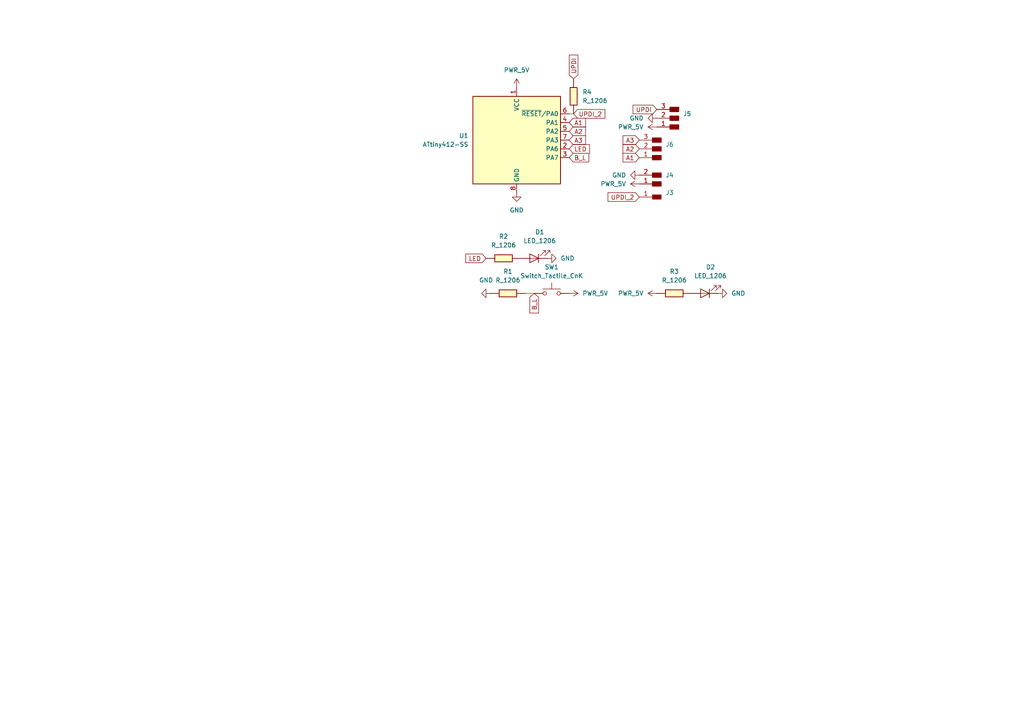
<source format=kicad_sch>
(kicad_sch (version 20250114) (generator "eeschema") (generator_version "9.0")
  (paper "A4")
  (lib_symbols
    (symbol "MCU_Microchip_ATtiny:ATtiny412-SS"
      (property "Reference" "U" (at -12.7 13.97 0))
      (property "Value" "ATtiny412-SS" (at 2.54 -13.97 0))
      (symbol "ATtiny412-SS_0_1"
        (rectangle (start -12.7 -12.7) (end 12.7 12.7) (stroke (width 0.254)) (fill (type background)))
      )
      (symbol "ATtiny412-SS_1_1"
        (pin power_in line (at 0 15.24 270) (length 2.54) (name "VCC") (number "1"))
        (pin power_in line (at 0 -15.24 90) (length 2.54) (name "GND") (number "8"))
        (pin bidirectional line (at 15.24 7.62 180) (length 2.54) (name "~{RESET}/PA0") (number "6"))
        (pin bidirectional line (at 15.24 5.08 180) (length 2.54) (name "PA1") (number "4"))
        (pin bidirectional line (at 15.24 2.54 180) (length 2.54) (name "PA2") (number "5"))
        (pin bidirectional line (at 15.24 0 180) (length 2.54) (name "PA3") (number "7"))
        (pin bidirectional line (at 15.24 -2.54 180) (length 2.54) (name "PA6") (number "2"))
        (pin bidirectional line (at 15.24 -5.08 180) (length 2.54) (name "PA7") (number "3"))
      )
    )
    (symbol "fab:LED_1206" (pin_numbers (hide yes)) (pin_names (offset 1.016) (hide yes))
      (property "Reference" "D" (at 0 2.54 0))
      (property "Value" "LED_1206" (at 0 -2.54 0))
      (symbol "LED_1206_0_1"
        (polyline (pts (xy -3.048 -0.762) (xy -4.572 -2.286) (xy -3.81 -2.286) (xy -4.572 -2.286) (xy -4.572 -1.524)))
        (polyline (pts (xy -1.778 -0.762) (xy -3.302 -2.286) (xy -2.54 -2.286) (xy -3.302 -2.286) (xy -3.302 -1.524)))
        (polyline (pts (xy -1.27 0) (xy 1.27 0)))
        (polyline (pts (xy -1.27 -1.27) (xy -1.27 1.27)) (stroke (width 0.2032)))
        (polyline (pts (xy 1.27 -1.27) (xy 1.27 1.27) (xy -1.27 0) (xy 1.27 -1.27)) (stroke (width 0.2032)))
      )
      (symbol "LED_1206_1_1"
        (pin passive line (at -3.81 0 0) (length 2.54) (name "K") (number "1"))
        (pin passive line (at 3.81 0 180) (length 2.54) (name "A") (number "2"))
      )
    )
    (symbol "fab:PWR_5V" (power) (pin_names (offset 0))
      (property "Value" "PWR_5V" (at 0 3.556 0))
      (symbol "PWR_5V_0_1"
        (polyline (pts (xy -0.762 1.27) (xy 0 2.54)))
        (polyline (pts (xy 0 2.54) (xy 0.762 1.27)))
        (polyline (pts (xy 0 0) (xy 0 2.54)))
      )
      (symbol "PWR_5V_1_1"
        (pin power_in line (at 0 0 90) (length 0) (hide yes) (name "PWR_5V") (number "1"))
      )
    )
    (symbol "fab:PinHeader_01x01_P2.54mm_Horizontal_SMD" (pin_names (offset 1.016) (hide yes))
      (property "Reference" "J" (at 0 2.54 0))
      (property "Value" "PinHeader_01x01_P2.54mm_Horizontal_SMD" (at 0 -2.54 0))
      (symbol "PinHeader_01x01_P2.54mm_Horizontal_SMD_1_1"
        (rectangle (start -1.27 0.635) (end 1.27 -0.635) (stroke (width 0.1524)) (fill (type outline)))
        (pin passive line (at 5.08 0 180) (length 3.81) (name "Pin_1") (number "1"))
      )
    )
    (symbol "fab:PinHeader_01x02_P2.54mm_Horizontal_SMD" (pin_names (hide yes))
      (property "Reference" "J" (at 0 2.54 0))
      (property "Value" "PinHeader_01x02_P2.54mm_Horizontal_SMD" (at 0 -5.08 0))
      (symbol "PinHeader_01x02_P2.54mm_Horizontal_SMD_1_1"
        (rectangle (start -1.27 0.635) (end 1.27 -0.635) (stroke (width 0.254)) (fill (type outline)))
        (rectangle (start -1.27 -1.905) (end 1.27 -3.175) (stroke (width 0.254)) (fill (type outline)))
        (pin passive line (at 5.08 0 180) (length 3.81) (name "Pin_1") (number "1"))
        (pin passive line (at 5.08 -2.54 180) (length 3.81) (name "Pin_2") (number "2"))
      )
    )
    (symbol "fab:PinHeader_01x03_P2.54mm_Horizontal_SMD" (pin_names (hide yes))
      (property "Reference" "J" (at 0 5.08 0))
      (property "Value" "PinHeader_01x03_P2.54mm_Horizontal_SMD" (at 0 -5.08 0))
      (symbol "PinHeader_01x03_P2.54mm_Horizontal_SMD_1_1"
        (rectangle (start -1.27 3.175) (end 1.27 1.905) (stroke (width 0.254)) (fill (type outline)))
        (rectangle (start -1.27 0.635) (end 1.27 -0.635) (stroke (width 0.254)) (fill (type outline)))
        (rectangle (start -1.27 -1.905) (end 1.27 -3.175) (stroke (width 0.254)) (fill (type outline)))
        (pin passive line (at 5.08 2.54 180) (length 3.81) (name "Pin_1") (number "1"))
        (pin passive line (at 5.08 0 180) (length 3.81) (name "Pin_2") (number "2"))
        (pin passive line (at 5.08 -2.54 180) (length 3.81) (name "Pin_3") (number "3"))
      )
    )
    (symbol "fab:R_1206" (pin_numbers (hide yes)) (pin_names (offset 0))
      (property "Reference" "R" (at 2.54 0 90))
      (property "Value" "R_1206" (at -2.54 0 90))
      (symbol "R_1206_0_1"
        (rectangle (start -1.016 -2.54) (end 1.016 2.54) (stroke (width 0.254)) (fill (type background)))
      )
      (symbol "R_1206_1_1"
        (pin passive line (at 0 5.08 270) (length 2.54) (name "~") (number "1"))
        (pin passive line (at 0 -5.08 90) (length 2.54) (name "~") (number "2"))
      )
    )
    (symbol "fab:Switch_Tactile_CnK" (pin_numbers (hide yes)) (pin_names (offset 1.016) (hide yes))
      (property "Reference" "SW" (at 1.27 3.81 0))
      (property "Value" "Switch_Tactile_CnK" (at 0 0 0))
      (symbol "Switch_Tactile_CnK_0_1"
        (circle (center -2.032 0) (radius 0.508))
        (polyline (pts (xy 0 1.27) (xy 0 3.048)))
        (circle (center 2.032 0) (radius 0.508))
        (polyline (pts (xy 2.54 1.27) (xy -2.54 1.27)))
        (pin passive line (at -5.08 0 0) (length 2.54) (name "1") (number "1"))
        (pin passive line (at 5.08 0 180) (length 2.54) (name "2") (number "2"))
      )
    )
    (symbol "power:GND" (power) (pin_numbers (hide yes)) (pin_names (offset 0) (hide yes))
      (property "Value" "GND" (at 0 -3.81 0))
      (symbol "GND_0_1"
        (polyline (pts (xy 0 0) (xy 0 -1.27) (xy 1.27 -1.27) (xy 0 -2.54) (xy -1.27 -1.27) (xy 0 -1.27)))
      )
      (symbol "GND_1_1"
        (pin power_in line (at 0 0 270) (length 0) (name "~") (number "1"))
      )
    )
  )
  (wire (pts (xy 154.94 85.09) (xy 152.4 85.09)))
  (wire (pts (xy 166.37 33.02) (xy 165.1 33.02)))
  (global_label "A2" (shape input) (at 165.1 38.1 0) (property "Intersheetrefs" "${INTERSHEET_REFS}" (effects (hide yes))))
  (global_label "A1" (shape input) (at 185.42 45.72 180) (property "Intersheetrefs" "${INTERSHEET_REFS}" (effects (hide yes))))
  (global_label "B_L" (shape input) (at 165.1 45.72 0) (property "Intersheetrefs" "${INTERSHEET_REFS}" (effects (hide yes))))
  (global_label "A2" (shape input) (at 185.42 43.18 180) (property "Intersheetrefs" "${INTERSHEET_REFS}" (effects (hide yes))))
  (global_label "A3" (shape input) (at 185.42 40.64 180) (property "Intersheetrefs" "${INTERSHEET_REFS}" (effects (hide yes))))
  (global_label "UPDI_2" (shape input) (at 185.42 57.15 180) (property "Intersheetrefs" "${INTERSHEET_REFS}" (effects (hide yes))))
  (global_label "UPDI_2" (shape input) (at 166.37 33.02 0) (property "Intersheetrefs" "${INTERSHEET_REFS}" (effects (hide yes))))
  (global_label "B_L" (shape input) (at 154.94 85.09 270) (property "Intersheetrefs" "${INTERSHEET_REFS}" (effects (hide yes))))
  (global_label "LED" (shape input) (at 140.97 74.93 180) (property "Intersheetrefs" "${INTERSHEET_REFS}" (effects (hide yes))))
  (global_label "UPDI" (shape input) (at 190.5 31.75 180) (property "Intersheetrefs" "${INTERSHEET_REFS}" (effects (hide yes))))
  (global_label "A1" (shape input) (at 165.1 35.56 0) (property "Intersheetrefs" "${INTERSHEET_REFS}" (effects (hide yes))))
  (global_label "UPDI" (shape input) (at 166.37 22.86 90) (property "Intersheetrefs" "${INTERSHEET_REFS}" (effects (hide yes))))
  (global_label "LED" (shape input) (at 165.1 43.18 0) (property "Intersheetrefs" "${INTERSHEET_REFS}" (effects (hide yes))))
  (global_label "A3" (shape input) (at 165.1 40.64 0) (property "Intersheetrefs" "${INTERSHEET_REFS}" (effects (hide yes))))
  (symbol (lib_id "fab:PWR_5V") (at 165.1 85.09 270) (unit 1)
    (property "Reference" "#PWR03" (effects (hide yes)))
    (property "Value" "PWR_5V" (at 168.91 85.0899 90) (effects (justify left)))
    (property "Description" "Power symbol creates a global label with name \"+5V\"" (effects (hide yes)))
  )
  (symbol (lib_id "power:GND") (at 158.75 74.93 90) (unit 1)
    (property "Reference" "#PWR02" (effects (hide yes)))
    (property "Value" "GND" (at 162.56 74.9299 90) (effects (justify right)))
    (property "Description" "Power symbol creates a global label with name \"GND\" , ground" (effects (hide yes)))
  )
  (symbol (lib_id "fab:PinHeader_01x02_P2.54mm_Horizontal_SMD") (at 190.5 53.34 180) (unit 1)
    (property "Reference" "J4" (at 193.04 50.7999 0) (effects (justify right)))
    (property "Value" "PinHeader_01x02_P2.54mm_Horizontal_SMD" (effects (hide yes)))
    (property "Footprint" "fab:PinHeader_01x02_P2.54mm_Horizontal_SMD" (effects (hide yes)))
    (property "Description" "Male connector, single row" (effects (hide yes)))
  )
  (symbol (lib_id "fab:PinHeader_01x03_P2.54mm_Horizontal_SMD") (at 195.58 34.29 180) (unit 1)
    (property "Reference" "J5" (at 198.12 33.0199 0) (effects (justify right)))
    (property "Value" "PinHeader_01x03_P2.54mm_Horizontal_SMD" (effects (hide yes)))
    (property "Footprint" "fab:PinHeader_01x03_P2.54mm_Horizontal_SMD" (effects (hide yes)))
    (property "Description" "Male connector, single row" (effects (hide yes)))
  )
  (symbol (lib_id "fab:R_1206") (at 146.05 74.93 90) (unit 1)
    (property "Reference" "R2" (at 146.05 68.58 90))
    (property "Value" "R_1206" (at 146.05 71.12 90))
    (property "Footprint" "fab:R_1206" (effects (hide yes)))
    (property "Description" "Resistor" (effects (hide yes)))
  )
  (symbol (lib_id "fab:PinHeader_01x01_P2.54mm_Horizontal_SMD") (at 190.5 57.15 180) (unit 1)
    (property "Reference" "J3" (at 193.04 55.8799 0) (effects (justify right)))
    (property "Value" "PinHeader_01x01_P2.54mm_Horizontal_SMD" (effects (hide yes)))
    (property "Footprint" "fab:PinHeader_01x01_P2.54mm_Horizontal_SMD" (effects (hide yes)))
    (property "Description" "Connector pin header 2.54mm pitch horizontal SMD" (effects (hide yes)))
  )
  (symbol (lib_id "fab:PinHeader_01x03_P2.54mm_Horizontal_SMD") (at 190.5 43.18 180) (unit 1)
    (property "Reference" "J6" (at 193.04 41.9099 0) (effects (justify right)))
    (property "Value" "PinHeader_01x03_P2.54mm_Horizontal_SMD" (effects (hide yes)))
    (property "Footprint" "fab:PinHeader_01x03_P2.54mm_Horizontal_SMD" (effects (hide yes)))
    (property "Description" "Male connector, single row" (effects (hide yes)))
  )
  (symbol (lib_id "power:GND") (at 142.24 85.09 270) (unit 1)
    (property "Reference" "#PWR01" (effects (hide yes)))
    (property "Value" "GND" (at 140.97 81.28 90))
    (property "Description" "Power symbol creates a global label with name \"GND\" , ground" (effects (hide yes)))
  )
  (symbol (lib_id "fab:PWR_5V") (at 190.5 36.83 90) (unit 1)
    (property "Reference" "#PWR08" (effects (hide yes)))
    (property "Value" "PWR_5V" (at 186.69 36.8299 90) (effects (justify left)))
    (property "Description" "Power symbol creates a global label with name \"+5V\"" (effects (hide yes)))
  )
  (symbol (lib_id "fab:PWR_5V") (at 185.42 53.34 90) (unit 1)
    (property "Reference" "#PWR09" (effects (hide yes)))
    (property "Value" "PWR_5V" (at 181.61 53.3399 90) (effects (justify left)))
    (property "Description" "Power symbol creates a global label with name \"+5V\"" (effects (hide yes)))
  )
  (symbol (lib_id "power:GND") (at 208.28 85.09 90) (unit 1)
    (property "Reference" "#PWR010" (effects (hide yes)))
    (property "Value" "GND" (at 212.09 85.0899 90) (effects (justify right)))
    (property "Description" "Power symbol creates a global label with name \"GND\" , ground" (effects (hide yes)))
  )
  (symbol (lib_id "fab:PWR_5V") (at 190.5 85.09 90) (unit 1)
    (property "Reference" "#PWR011" (effects (hide yes)))
    (property "Value" "PWR_5V" (at 186.69 85.0899 90) (effects (justify left)))
    (property "Description" "Power symbol creates a global label with name \"+5V\"" (effects (hide yes)))
  )
  (symbol (lib_id "power:GND") (at 190.5 34.29 270) (unit 1)
    (property "Reference" "#PWR012" (effects (hide yes)))
    (property "Value" "GND" (at 186.69 34.2899 90) (effects (justify right)))
    (property "Description" "Power symbol creates a global label with name \"GND\" , ground" (effects (hide yes)))
  )
  (symbol (lib_id "fab:PWR_5V") (at 149.86 25.4 0) (unit 1)
    (property "Reference" "#PWR04" (effects (hide yes)))
    (property "Value" "PWR_5V" (at 149.86 20.32 0))
    (property "Description" "Power symbol creates a global label with name \"+5V\"" (effects (hide yes)))
  )
  (symbol (lib_id "fab:R_1206") (at 195.58 85.09 90) (unit 1)
    (property "Reference" "R3" (at 195.58 78.74 90))
    (property "Value" "R_1206" (at 195.58 81.28 90))
    (property "Footprint" "fab:R_1206" (effects (hide yes)))
    (property "Description" "Resistor" (effects (hide yes)))
  )
  (symbol (lib_id "power:GND") (at 185.42 50.8 270) (unit 1)
    (property "Reference" "#PWR06" (effects (hide yes)))
    (property "Value" "GND" (at 181.61 50.7999 90) (effects (justify right)))
    (property "Description" "Power symbol creates a global label with name \"GND\" , ground" (effects (hide yes)))
  )
  (symbol (lib_id "MCU_Microchip_ATtiny:ATtiny412-SS") (at 149.86 40.64 0) (unit 1)
    (property "Reference" "U1" (at 135.89 39.3699 0) (effects (justify right)))
    (property "Value" "ATtiny412-SS" (at 135.89 41.9099 0) (effects (justify right)))
    (property "Footprint" "Package_SO:SOIC-8_3.9x4.9mm_P1.27mm" (effects (hide yes)))
    (property "Datasheet" "http://ww1.microchip.com/downloads/en/DeviceDoc/40001911A.pdf" (effects (hide yes)))
    (property "Description" "20MHz, 4kB Flash, 256B SRAM, 128B EEPROM, SOIC-8" (effects (hide yes)))
  )
  (symbol (lib_id "fab:LED_1206") (at 204.47 85.09 180) (unit 1)
    (property "Reference" "D2" (at 206.0702 77.47 0))
    (property "Value" "LED_1206" (at 206.0702 80.01 0))
    (property "Footprint" "fab:LED_1206" (effects (hide yes)))
    (property "Datasheet" "https://optoelectronics.liteon.com/upload/download/DS-22-98-0002/LTST-C150CKT.pdf" (effects (hide yes)))
    (property "Description" "Light emitting diode, Lite-On Inc. LTST, SMD" (effects (hide yes)))
  )
  (symbol (lib_id "fab:R_1206") (at 147.32 85.09 90) (unit 1)
    (property "Reference" "R1" (at 147.32 78.74 90))
    (property "Value" "R_1206" (at 147.32 81.28 90))
    (property "Footprint" "fab:R_1206" (effects (hide yes)))
    (property "Description" "Resistor" (effects (hide yes)))
  )
  (symbol (lib_id "power:GND") (at 149.86 55.88 0) (unit 1)
    (property "Reference" "#PWR05" (effects (hide yes)))
    (property "Value" "GND" (at 149.86 60.96 0))
    (property "Description" "Power symbol creates a global label with name \"GND\" , ground" (effects (hide yes)))
  )
  (symbol (lib_id "fab:R_1206") (at 166.37 27.94 180) (unit 1)
    (property "Reference" "R4" (at 168.9166 26.6699 0) (effects (justify right)))
    (property "Value" "R_1206" (at 168.9166 29.2099 0) (effects (justify right)))
    (property "Footprint" "fab:R_1206" (effects (hide yes)))
    (property "Description" "Resistor" (effects (hide yes)))
  )
  (symbol (lib_id "fab:Switch_Tactile_CnK") (at 160.02 85.09 0) (unit 1)
    (property "Reference" "SW1" (at 160.02 77.47 0))
    (property "Value" "Switch_Tactile_CnK" (at 160.02 80.01 0))
    (property "Footprint" "fab:Button_CnK_PTS636.0_6x3.5mm" (effects (hide yes)))
    (property "Datasheet" "https://www.ckswitches.com/media/2779/pts636.pdf" (effects (hide yes)))
    (property "Description" "Push button switch, C&K PTS636 SM25F SMTR LFS, Tactile Switch SPST-NO Top Actuated Surface Mount" (effects (hide yes)))
  )
  (symbol (lib_id "fab:LED_1206") (at 154.94 74.93 180) (unit 1)
    (property "Reference" "D1" (at 156.5402 67.31 0))
    (property "Value" "LED_1206" (at 156.5402 69.85 0))
    (property "Footprint" "fab:LED_1206" (effects (hide yes)))
    (property "Datasheet" "https://optoelectronics.liteon.com/upload/download/DS-22-98-0002/LTST-C150CKT.pdf" (effects (hide yes)))
    (property "Description" "Light emitting diode, Lite-On Inc. LTST, SMD" (effects (hide yes)))
  )
)
</source>
